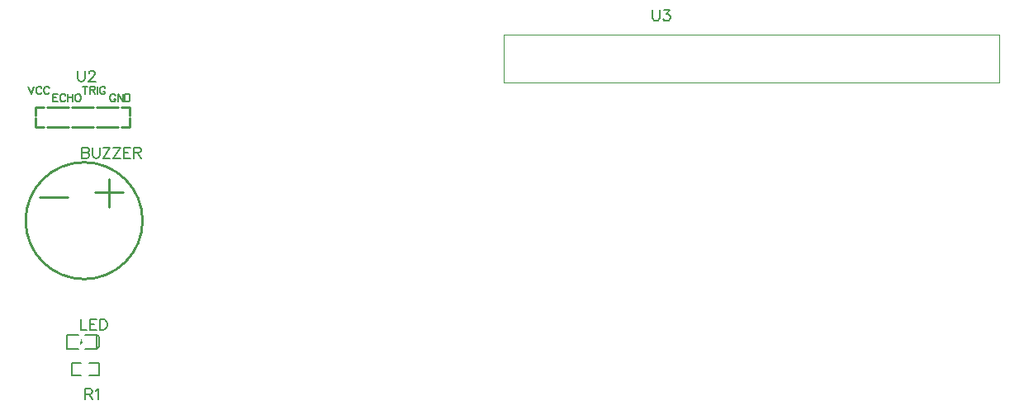
<source format=gto>
G04 Layer: TopSilkscreenLayer*
G04 EasyEDA v6.5.34, 2023-10-03 12:26:18*
G04 78a80f753c6143bb8b8cf10a4e40b0e4,10*
G04 Gerber Generator version 0.2*
G04 Scale: 100 percent, Rotated: No, Reflected: No *
G04 Dimensions in millimeters *
G04 leading zeros omitted , absolute positions ,4 integer and 5 decimal *
%FSLAX45Y45*%
%MOMM*%

%ADD10C,0.1524*%
%ADD11C,0.1500*%
%ADD12C,0.2540*%
%ADD13C,0.1001*%

%LPD*%
D10*
X5300725Y-1307084D02*
G01*
X5300725Y-1416050D01*
X5300725Y-1307084D02*
G01*
X5347461Y-1307084D01*
X5362956Y-1312163D01*
X5368290Y-1317497D01*
X5373370Y-1327912D01*
X5373370Y-1338326D01*
X5368290Y-1348739D01*
X5362956Y-1353820D01*
X5347461Y-1358900D01*
X5300725Y-1358900D02*
G01*
X5347461Y-1358900D01*
X5362956Y-1364234D01*
X5368290Y-1369313D01*
X5373370Y-1379728D01*
X5373370Y-1395476D01*
X5368290Y-1405889D01*
X5362956Y-1410970D01*
X5347461Y-1416050D01*
X5300725Y-1416050D01*
X5407659Y-1307084D02*
G01*
X5407659Y-1385062D01*
X5412993Y-1400555D01*
X5423408Y-1410970D01*
X5438902Y-1416050D01*
X5449315Y-1416050D01*
X5464809Y-1410970D01*
X5475224Y-1400555D01*
X5480558Y-1385062D01*
X5480558Y-1307084D01*
X5587491Y-1307084D02*
G01*
X5514847Y-1416050D01*
X5514847Y-1307084D02*
G01*
X5587491Y-1307084D01*
X5514847Y-1416050D02*
G01*
X5587491Y-1416050D01*
X5694425Y-1307084D02*
G01*
X5621781Y-1416050D01*
X5621781Y-1307084D02*
G01*
X5694425Y-1307084D01*
X5621781Y-1416050D02*
G01*
X5694425Y-1416050D01*
X5728715Y-1307084D02*
G01*
X5728715Y-1416050D01*
X5728715Y-1307084D02*
G01*
X5796279Y-1307084D01*
X5728715Y-1358900D02*
G01*
X5770372Y-1358900D01*
X5728715Y-1416050D02*
G01*
X5796279Y-1416050D01*
X5830570Y-1307084D02*
G01*
X5830570Y-1416050D01*
X5830570Y-1307084D02*
G01*
X5877306Y-1307084D01*
X5893054Y-1312163D01*
X5898134Y-1317497D01*
X5903468Y-1327912D01*
X5903468Y-1338326D01*
X5898134Y-1348739D01*
X5893054Y-1353820D01*
X5877306Y-1358900D01*
X5830570Y-1358900D01*
X5866891Y-1358900D02*
G01*
X5903468Y-1416050D01*
X5285925Y-3067481D02*
G01*
X5285925Y-3176447D01*
X5285925Y-3176447D02*
G01*
X5348155Y-3176447D01*
X5382445Y-3067481D02*
G01*
X5382445Y-3176447D01*
X5382445Y-3067481D02*
G01*
X5450009Y-3067481D01*
X5382445Y-3119297D02*
G01*
X5424101Y-3119297D01*
X5382445Y-3176447D02*
G01*
X5450009Y-3176447D01*
X5484299Y-3067481D02*
G01*
X5484299Y-3176447D01*
X5484299Y-3067481D02*
G01*
X5520875Y-3067481D01*
X5536369Y-3072561D01*
X5546783Y-3082975D01*
X5551863Y-3093389D01*
X5557197Y-3109137D01*
X5557197Y-3135045D01*
X5551863Y-3150539D01*
X5546783Y-3160953D01*
X5536369Y-3171367D01*
X5520875Y-3176447D01*
X5484299Y-3176447D01*
X5334000Y-3783584D02*
G01*
X5334000Y-3892550D01*
X5334000Y-3783584D02*
G01*
X5380736Y-3783584D01*
X5396229Y-3788663D01*
X5401563Y-3793997D01*
X5406643Y-3804412D01*
X5406643Y-3814826D01*
X5401563Y-3825239D01*
X5396229Y-3830320D01*
X5380736Y-3835400D01*
X5334000Y-3835400D01*
X5370322Y-3835400D02*
G01*
X5406643Y-3892550D01*
X5440934Y-3804412D02*
G01*
X5451347Y-3799078D01*
X5467095Y-3783584D01*
X5467095Y-3892550D01*
X5257800Y-519684D02*
G01*
X5257800Y-597662D01*
X5262879Y-613155D01*
X5273293Y-623570D01*
X5289041Y-628650D01*
X5299456Y-628650D01*
X5314950Y-623570D01*
X5325363Y-613155D01*
X5330443Y-597662D01*
X5330443Y-519684D01*
X5370068Y-545592D02*
G01*
X5370068Y-540512D01*
X5375147Y-530097D01*
X5380481Y-524763D01*
X5390895Y-519684D01*
X5411470Y-519684D01*
X5421884Y-524763D01*
X5427218Y-530097D01*
X5432297Y-540512D01*
X5432297Y-550926D01*
X5427218Y-561339D01*
X5416804Y-576834D01*
X5364734Y-628650D01*
X5437631Y-628650D01*
D11*
X4749800Y-681228D02*
G01*
X4779009Y-757681D01*
X4807965Y-681228D02*
G01*
X4779009Y-757681D01*
X4886452Y-699515D02*
G01*
X4882895Y-692150D01*
X4875529Y-684784D01*
X4868418Y-681228D01*
X4853686Y-681228D01*
X4846574Y-684784D01*
X4839208Y-692150D01*
X4835652Y-699515D01*
X4832095Y-710437D01*
X4832095Y-728471D01*
X4835652Y-739394D01*
X4839208Y-746760D01*
X4846574Y-754126D01*
X4853686Y-757681D01*
X4868418Y-757681D01*
X4875529Y-754126D01*
X4882895Y-746760D01*
X4886452Y-739394D01*
X4965191Y-699515D02*
G01*
X4961381Y-692150D01*
X4954270Y-684784D01*
X4946904Y-681228D01*
X4932425Y-681228D01*
X4925059Y-684784D01*
X4917693Y-692150D01*
X4914138Y-699515D01*
X4910581Y-710437D01*
X4910581Y-728471D01*
X4914138Y-739394D01*
X4917693Y-746760D01*
X4925059Y-754126D01*
X4932425Y-757681D01*
X4946904Y-757681D01*
X4954270Y-754126D01*
X4961381Y-746760D01*
X4965191Y-739394D01*
X5003800Y-757428D02*
G01*
X5003800Y-833881D01*
X5003800Y-757428D02*
G01*
X5051043Y-757428D01*
X5003800Y-793750D02*
G01*
X5033009Y-793750D01*
X5003800Y-833881D02*
G01*
X5051043Y-833881D01*
X5129529Y-775715D02*
G01*
X5125974Y-768350D01*
X5118608Y-760984D01*
X5111495Y-757428D01*
X5096763Y-757428D01*
X5089652Y-760984D01*
X5082286Y-768350D01*
X5078729Y-775715D01*
X5075174Y-786637D01*
X5075174Y-804671D01*
X5078729Y-815594D01*
X5082286Y-822960D01*
X5089652Y-830326D01*
X5096763Y-833881D01*
X5111495Y-833881D01*
X5118608Y-830326D01*
X5125974Y-822960D01*
X5129529Y-815594D01*
X5153659Y-757428D02*
G01*
X5153659Y-833881D01*
X5204459Y-757428D02*
G01*
X5204459Y-833881D01*
X5153659Y-793750D02*
G01*
X5204459Y-793750D01*
X5250434Y-757428D02*
G01*
X5243068Y-760984D01*
X5235702Y-768350D01*
X5232145Y-775715D01*
X5228590Y-786637D01*
X5228590Y-804671D01*
X5232145Y-815594D01*
X5235702Y-822960D01*
X5243068Y-830326D01*
X5250434Y-833881D01*
X5264911Y-833881D01*
X5272277Y-830326D01*
X5279390Y-822960D01*
X5282945Y-815594D01*
X5286756Y-804671D01*
X5286756Y-786637D01*
X5282945Y-775715D01*
X5279390Y-768350D01*
X5272277Y-760984D01*
X5264911Y-757428D01*
X5250434Y-757428D01*
X5334000Y-681228D02*
G01*
X5334000Y-757681D01*
X5308600Y-681228D02*
G01*
X5359400Y-681228D01*
X5383529Y-681228D02*
G01*
X5383529Y-757681D01*
X5383529Y-681228D02*
G01*
X5416295Y-681228D01*
X5427218Y-684784D01*
X5430774Y-688594D01*
X5434329Y-695705D01*
X5434329Y-703071D01*
X5430774Y-710437D01*
X5427218Y-713994D01*
X5416295Y-717550D01*
X5383529Y-717550D01*
X5408929Y-717550D02*
G01*
X5434329Y-757681D01*
X5458459Y-681228D02*
G01*
X5458459Y-757681D01*
X5536945Y-699515D02*
G01*
X5533390Y-692150D01*
X5526024Y-684784D01*
X5518658Y-681228D01*
X5504179Y-681228D01*
X5497068Y-684784D01*
X5489702Y-692150D01*
X5486145Y-699515D01*
X5482336Y-710437D01*
X5482336Y-728471D01*
X5486145Y-739394D01*
X5489702Y-746760D01*
X5497068Y-754126D01*
X5504179Y-757681D01*
X5518658Y-757681D01*
X5526024Y-754126D01*
X5533390Y-746760D01*
X5536945Y-739394D01*
X5536945Y-728471D01*
X5518658Y-728471D02*
G01*
X5536945Y-728471D01*
X5642609Y-775715D02*
G01*
X5638800Y-768350D01*
X5631688Y-760984D01*
X5624322Y-757428D01*
X5609843Y-757428D01*
X5602477Y-760984D01*
X5595365Y-768350D01*
X5591556Y-775715D01*
X5588000Y-786637D01*
X5588000Y-804671D01*
X5591556Y-815594D01*
X5595365Y-822960D01*
X5602477Y-830326D01*
X5609843Y-833881D01*
X5624322Y-833881D01*
X5631688Y-830326D01*
X5638800Y-822960D01*
X5642609Y-815594D01*
X5642609Y-804671D01*
X5624322Y-804671D02*
G01*
X5642609Y-804671D01*
X5666486Y-757428D02*
G01*
X5666486Y-833881D01*
X5666486Y-757428D02*
G01*
X5717540Y-833881D01*
X5717540Y-757428D02*
G01*
X5717540Y-833881D01*
X5741415Y-757428D02*
G01*
X5741415Y-833881D01*
X5741415Y-757428D02*
G01*
X5766815Y-757428D01*
X5777738Y-760984D01*
X5785104Y-768350D01*
X5788659Y-775715D01*
X5792470Y-786637D01*
X5792470Y-804671D01*
X5788659Y-815594D01*
X5785104Y-822960D01*
X5777738Y-830326D01*
X5766815Y-833881D01*
X5741415Y-833881D01*
D10*
X11150600Y102615D02*
G01*
X11150600Y24637D01*
X11155679Y9144D01*
X11166093Y-1270D01*
X11181841Y-6350D01*
X11192256Y-6350D01*
X11207750Y-1270D01*
X11218163Y9144D01*
X11223243Y24637D01*
X11223243Y102615D01*
X11267947Y102615D02*
G01*
X11325097Y102615D01*
X11294109Y60960D01*
X11309604Y60960D01*
X11320018Y55879D01*
X11325097Y50800D01*
X11330431Y35052D01*
X11330431Y24637D01*
X11325097Y9144D01*
X11314684Y-1270D01*
X11299190Y-6350D01*
X11283695Y-6350D01*
X11267947Y-1270D01*
X11262868Y3810D01*
X11257534Y14223D01*
G36*
X5284876Y-3265982D02*
G01*
X5283911Y-3337966D01*
X5309870Y-3302000D01*
G37*
D12*
X4864100Y-1816100D02*
G01*
X5156200Y-1816100D01*
X5430210Y-1766968D02*
G01*
X5722310Y-1766968D01*
X5575300Y-1917700D02*
G01*
X5575300Y-1625600D01*
D11*
X5332900Y-3229000D02*
G01*
X5447898Y-3229000D01*
X5447898Y-3373998D01*
X5327898Y-3373998D01*
X5265900Y-3374999D02*
G01*
X5141899Y-3374999D01*
X5141899Y-3230001D01*
X5265900Y-3230001D01*
X5447898Y-3229000D02*
G01*
X5450900Y-3229000D01*
X5470900Y-3249000D01*
X5470900Y-3350999D01*
X5467898Y-3353998D01*
X5447898Y-3373998D01*
D10*
X5376621Y-3647460D02*
G01*
X5472508Y-3647460D01*
X5472508Y-3515339D01*
X5376621Y-3515339D01*
X5291378Y-3647460D02*
G01*
X5195491Y-3647460D01*
X5195491Y-3515339D01*
X5291378Y-3515339D01*
D12*
X4943904Y-1092200D02*
G01*
X5165295Y-1092200D01*
X5197904Y-1092200D02*
G01*
X5419295Y-1092200D01*
X5451904Y-1092200D02*
G01*
X5673295Y-1092200D01*
X5705904Y-1092200D02*
G01*
X5791200Y-1092200D01*
X5791200Y-1006904D01*
X5791200Y-974295D02*
G01*
X5791200Y-889000D01*
X4826000Y-1006904D02*
G01*
X4826000Y-1092200D01*
X4911295Y-1092200D01*
X4911295Y-889000D02*
G01*
X4826000Y-889000D01*
X4826000Y-974295D01*
X5165295Y-889000D02*
G01*
X4943904Y-889000D01*
X5419295Y-889000D02*
G01*
X5197904Y-889000D01*
X5673295Y-889000D02*
G01*
X5451904Y-889000D01*
X5791200Y-889000D02*
G01*
X5705904Y-889000D01*
D13*
X9626600Y-146202D02*
G01*
X14706600Y-146202D01*
X14706600Y-641197D01*
X9626600Y-641197D01*
X9626600Y-146202D01*
D12*
G75*
G01
X5920765Y-2057400D02*
G03X5920765Y-2057400I-599465J0D01*
M02*

</source>
